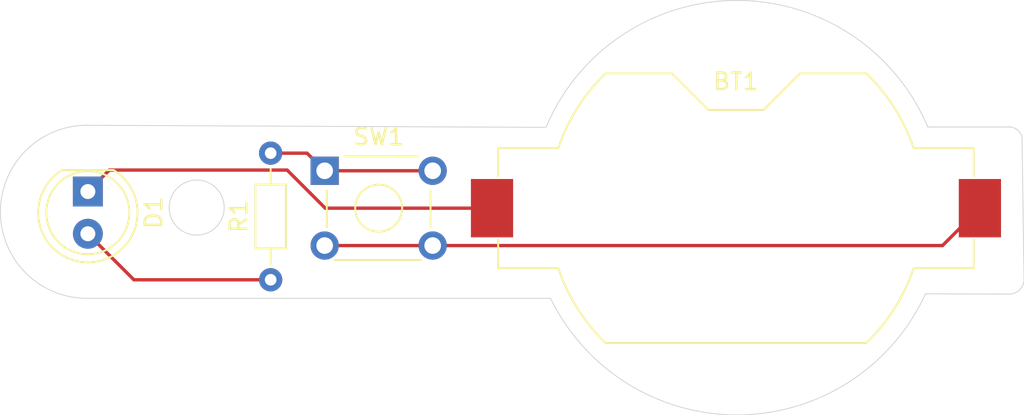
<source format=kicad_pcb>
(kicad_pcb (version 20241229) (generator "pcbnew") (generator_version "9.0")
  (title_block (title "01.LED BOARD") (date "2025-04-20") (rev "0.0.1") (company "GOBAL KRISHNAN"))
  (layers (0 "F.Cu" signal) (2 "B.Cu" signal) (13 "F.Paste" user) (15 "B.Paste" user) (5 "F.SilkS" user "F.Silkscreen") (7 "B.SilkS" user "B.Silkscreen") (1 "F.Mask" user) (3 "B.Mask" user) (25 "Edge.Cuts" user))
  (net 0 "")
  (net 1 "/LED_CATHODE")
  (net 2 "/BAT_POS")
  (net 3 "/LED_ANODE")
  (net 4 "Net-(SW1A-A)")
  (footprint "Battery:BatteryHolder_Keystone_1058_1x2032" (layer "F.Cu") (at 170.5 93 180)
    (property "Reference" "BT1" (at 0 7.62 0) (layer "F.SilkS"))
    (property "Value" "Battery_Cell")
    (fp_line (start 14.31 3.61) (end 10.692 3.61) (stroke (width 0.12)) (layer "F.SilkS"))
    (fp_line (start 14.31 1.9) (end 14.31 3.61) (stroke (width 0.12)) (layer "F.SilkS"))
    (fp_line (start 14.31 -1.9) (end 14.31 -3.61) (stroke (width 0.12)) (layer "F.SilkS"))
    (fp_line (start 10.692 -3.61) (end 14.31 -3.61) (stroke (width 0.12)) (layer "F.SilkS"))
    (fp_line (start 7.8473 8.11) (end 3.86 8.11) (stroke (width 0.12)) (layer "F.SilkS"))
    (fp_line (start 1.66 5.91) (end 3.86 8.11) (stroke (width 0.12)) (layer "F.SilkS"))
    (fp_line (start 1.66 5.91) (end -1.66 5.91) (stroke (width 0.12)) (layer "F.SilkS"))
    (fp_line (start -1.66 5.91) (end -3.86 8.11) (stroke (width 0.12)) (layer "F.SilkS"))
    (fp_line (start -3.86 8.11) (end -7.8473 8.11) (stroke (width 0.12)) (layer "F.SilkS"))
    (fp_line (start -7.8473 -8.11) (end 7.8473 -8.11) (stroke (width 0.12)) (layer "F.SilkS"))
    (fp_line (start -10.692 3.61) (end -14.31 3.61) (stroke (width 0.12)) (layer "F.SilkS"))
    (fp_line (start -14.31 1.9) (end -14.31 3.61) (stroke (width 0.12)) (layer "F.SilkS"))
    (fp_line (start -14.31 -1.9) (end -14.31 -3.61) (stroke (width 0.12)) (layer "F.SilkS"))
    (fp_line (start -14.31 -3.61) (end -10.692 -3.61) (stroke (width 0.12)) (layer "F.SilkS"))
    (fp_arc (start 10.692 3.61) (mid 9.538084 6.031244) (end 7.845371 8.111789) (stroke (width 0.12)) (layer "F.SilkS"))
    (fp_arc (start 7.845371 -8.111789) (mid 9.538085 -6.031244) (end 10.692 -3.61) (stroke (width 0.12)) (layer "F.SilkS"))
    (fp_arc (start -7.845371 8.111789) (mid -9.538085 6.031244) (end -10.692 3.61) (stroke (width 0.12)) (layer "F.SilkS"))
    (fp_arc (start -10.692 -3.61) (mid -9.538084 -6.031244) (end -7.845371 -8.111789) (stroke (width 0.12)) (layer "F.SilkS"))
    (pad "1" smd rect (at -14.68 0 180) (size 2.54 3.51) (layers "F.Cu" "F.Mask" "F.Paste") (net 2 "/BAT_POS"))
    (pad "2" smd rect (at 14.68 0 180) (size 2.54 3.51) (layers "F.Cu" "F.Mask" "F.Paste") (net 1 "/LED_CATHODE"))
  )
  (footprint "Resistor_THT:R_Axial_DIN0204_L3.6mm_D1.6mm_P7.62mm_Horizontal" (layer "F.Cu") (at 142.5 97.31 90)
    (property "Reference" "R1" (at 3.81 -1.92 90) (layer "F.SilkS"))
    (property "Value" "R")
    (fp_line (start 5.73 -0.92) (end 1.89 -0.92) (stroke (width 0.12)) (layer "F.SilkS"))
    (fp_line (start 1.89 -0.92) (end 1.89 0.92) (stroke (width 0.12)) (layer "F.SilkS"))
    (fp_line (start 6.68 0) (end 5.73 0) (stroke (width 0.12)) (layer "F.SilkS"))
    (fp_line (start 0.94 0) (end 1.89 0) (stroke (width 0.12)) (layer "F.SilkS"))
    (fp_line (start 5.73 0.92) (end 5.73 -0.92) (stroke (width 0.12)) (layer "F.SilkS"))
    (fp_line (start 1.89 0.92) (end 5.73 0.92) (stroke (width 0.12)) (layer "F.SilkS"))
    (pad "1" thru_hole circle (at 0 0 90) (size 1.4 1.4) (drill 0.7) (layers "*.Cu" "*.Mask") (net 3 "/LED_ANODE"))
    (pad "2" thru_hole oval (at 7.62 0 90) (size 1.4 1.4) (drill 0.7) (layers "*.Cu" "*.Mask") (net 4 "Net-(SW1A-A)"))
  )
  (footprint "Button_Switch_THT:SW_TH_Tactile_Omron_B3F-10xx" (layer "F.Cu") (at 145.75 90.75)
    (property "Reference" "SW1" (at 3.25 -2.05 0) (layer "F.SilkS"))
    (property "Value" "SW_DPDT_x2")
    (fp_line (start 0.13 3.4) (end 0.13 1.2) (stroke (width 0.12)) (layer "F.SilkS"))
    (fp_line (start 0.6 5.37) (end 5.8 5.37) (stroke (width 0.12)) (layer "F.SilkS"))
    (fp_line (start 1.2 -0.87) (end 5.6 -0.87) (stroke (width 0.12)) (layer "F.SilkS"))
    (fp_line (start 6.37 1.2) (end 6.37 3.4) (stroke (width 0.12)) (layer "F.SilkS"))
    (fp_circle (center 3.25 2.25) (end 4.25 3.25) (stroke (width 0.12)) (fill no) (layer "F.SilkS"))
    (pad "1" thru_hole rect (at 0 0) (size 1.7 1.7) (drill 1) (layers "*.Cu" "*.Mask") (net 4 "Net-(SW1A-A)"))
    (pad "1" thru_hole circle (at 6.5 0) (size 1.7 1.7) (drill 1) (layers "*.Cu" "*.Mask") (net 4 "Net-(SW1A-A)"))
    (pad "2" thru_hole circle (at 0 4.5) (size 1.7 1.7) (drill 1) (layers "*.Cu" "*.Mask") (net 2 "/BAT_POS"))
    (pad "2" thru_hole circle (at 6.5 4.5) (size 1.7 1.7) (drill 1) (layers "*.Cu" "*.Mask") (net 2 "/BAT_POS"))
  )
  (footprint "LED_THT:LED_D5.0mm" (layer "F.Cu") (at 131.5 92 -90)
    (property "Reference" "D1" (at 1.27 -3.96 90) (layer "F.SilkS"))
    (property "Value" "LED")
    (fp_line (start -1.29 -1.545) (end -1.29 1.545) (stroke (width 0.12)) (layer "F.SilkS"))
    (fp_arc (start 4.26 0.000048) (mid 2.071756 2.880501) (end -1.29 1.54483) (stroke (width 0.12)) (layer "F.SilkS"))
    (fp_arc (start -1.29 -1.54483) (mid 2.071756 -2.880501) (end 4.26 -0.000048) (stroke (width 0.12)) (layer "F.SilkS"))
    (fp_circle (center 1.27 0) (end 3.77 0) (stroke (width 0.12)) (fill no) (layer "F.SilkS"))
    (pad "1" thru_hole rect (at 0 0 270) (size 1.8 1.8) (drill 0.9) (layers "*.Cu" "*.Mask") (net 1 "/LED_CATHODE"))
    (pad "2" thru_hole circle (at 2.54 0 270) (size 1.8 1.8) (drill 0.9) (layers "*.Cu" "*.Mask") (net 3 "/LED_ANODE"))
  )
  (gr_line (start 182.044915 88.115236) (end 186.934616 88.115232) (stroke (width 0.05)) (layer "Edge.Cuts"))
  (gr_line (start 131.445 88.011) (end 159.0675 88.138) (stroke (width 0.05)) (layer "Edge.Cuts"))
  (gr_arc (start 131.445 98.425) (mid 126.238 93.218) (end 131.445 88.011) (stroke (width 0.05)) (layer "Edge.Cuts"))
  (gr_arc (start 186.934616 88.115232) (mid 187.433744 88.28673) (end 187.711403 88.735557) (stroke (width 0.05)) (layer "Edge.Cuts"))
  (gr_circle (center 138.049 92.964) (end 139.328 94.016) (stroke (width 0.05)) (fill no) (layer "Edge.Cuts"))
  (gr_line (start 187.715218 88.734739) (end 187.833 97.155) (stroke (width 0.05)) (layer "Edge.Cuts"))
  (gr_line (start 181.906089 98.153772) (end 186.944 98.171) (stroke (width 0.05)) (layer "Edge.Cuts"))
  (gr_arc (start 187.824065 97.156276) (mid 187.615599 97.864474) (end 186.944 98.171) (stroke (width 0.05)) (layer "Edge.Cuts"))
  (gr_arc (start 181.906089 98.153775) (mid 170.710963 105.438868) (end 159.343946 98.425) (stroke (width 0.05)) (layer "Edge.Cuts"))
  (gr_arc (start 159.0675 88.138) (mid 170.54865 80.498421) (end 182.044915 88.115236) (stroke (width 0.05)) (layer "Edge.Cuts"))
  (gr_line (start 131.445 98.425) (end 159.343946 98.425) (stroke (width 0.05)) (layer "Edge.Cuts"))
  (segment (start 143.491063 90.706937) (end 145.784126 93) (width 0.2) (layer "F.Cu") (net 1))
  (segment (start 131.5 92) (end 132.793063 90.706937) (width 0.2) (layer "F.Cu") (net 1))
  (segment (start 132.793063 90.706937) (end 143.491063 90.706937) (width 0.2) (layer "F.Cu") (net 1))
  (segment (start 145.784126 93) (end 155.82 93) (width 0.2) (layer "F.Cu") (net 1))
  (segment (start 152.25 95.25) (end 182.93 95.25) (width 0.2) (layer "F.Cu") (net 2))
  (segment (start 145.75 95.25) (end 152.25 95.25) (width 0.2) (layer "F.Cu") (net 2))
  (segment (start 182.93 95.25) (end 185.18 93) (width 0.2) (layer "F.Cu") (net 2))
  (segment (start 131.5 94.54) (end 134.27 97.31) (width 0.2) (layer "F.Cu") (net 3))
  (segment (start 134.27 97.31) (end 142.5 97.31) (width 0.2) (layer "F.Cu") (net 3))
  (segment (start 144.69 89.69) (end 145.75 90.75) (width 0.2) (layer "F.Cu") (net 4))
  (segment (start 142.5 89.69) (end 144.69 89.69) (width 0.2) (layer "F.Cu") (net 4))
  (segment (start 145.75 90.75) (end 152.25 90.75) (width 0.2) (layer "F.Cu") (net 4))
)
</source>
